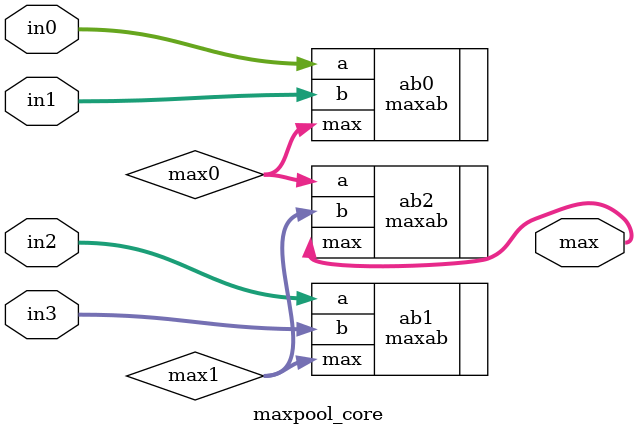
<source format=v>
`timescale 1ns / 1ps


module maxpool_core(
    in0,
    in1,
    in2,
    in3,
    max
    );
    
    input wire [31:0] in0, in1, in2, in3;
    output wire [31:0] max;
    
    wire [31:0] max0, max1;
    
maxab ab0(
    .a(in0),
    .b(in1),
    .max(max0)
    );
    
maxab ab1(
    .a(in2),
    .b(in3),
    .max(max1)
    );
    
maxab ab2(
    .a(max0),
    .b(max1),
    .max(max)
    );
endmodule

</source>
